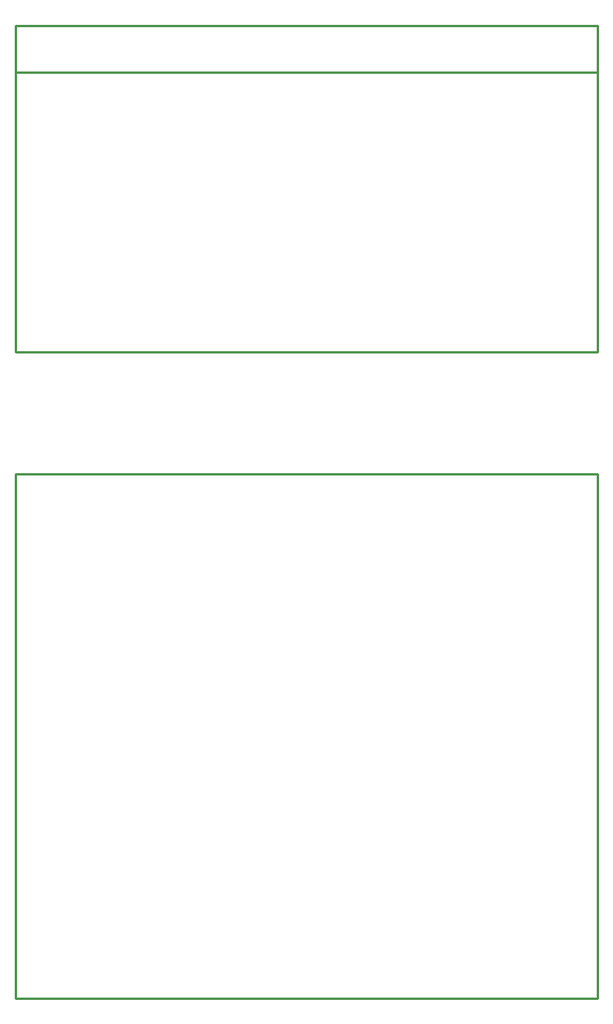
<source format=gko>
G04 start of page 2 for group 9 layer_idx 6 *
G04 Title: (unknown), global_outline *
G04 Creator: pcb-rnd 2.2.2 *
G04 CreationDate: 2020-09-15 22:02:55 UTC *
G04 For:  *
G04 Format: Gerber/RS-274X *
G04 PCB-Dimensions: 700000 500000 *
G04 PCB-Coordinate-Origin: lower left *
%MOIN*%
%FSLAX25Y25*%
%LNGLOBAL_BOUNDARY_UROUTE_9*%
%ADD21C,0.0100*%
G54D21*X22500Y480000D02*X272500D01*
X22500Y340000D02*Y480000D01*
Y460000D02*X272500D01*
Y480000D02*Y340000D01*
X22500D01*
Y287500D02*X272500D01*
X22500Y62500D02*Y287500D01*
X272500D02*Y62500D01*
X22500D02*X272500D01*
M02*

</source>
